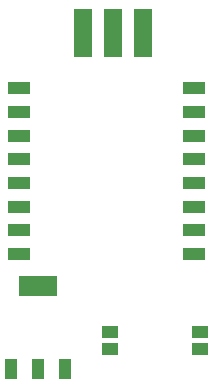
<source format=gtp>
G04 Layer_Color=8421504*
%FSLAX25Y25*%
%MOIN*%
G70*
G01*
G75*
%ADD10R,0.05984X0.15984*%
%ADD11R,0.07700X0.04200*%
%ADD12R,0.05512X0.04331*%
%ADD13R,0.12992X0.07087*%
%ADD14R,0.03937X0.07087*%
D10*
X53000Y135945D02*
D03*
X33000D02*
D03*
X43000D02*
D03*
D11*
X70134Y62400D02*
D03*
Y70300D02*
D03*
Y78100D02*
D03*
Y86000D02*
D03*
Y93937D02*
D03*
Y101811D02*
D03*
Y109685D02*
D03*
Y117559D02*
D03*
X11800D02*
D03*
Y109685D02*
D03*
Y101811D02*
D03*
Y93937D02*
D03*
Y86000D02*
D03*
Y78100D02*
D03*
Y70300D02*
D03*
Y62400D02*
D03*
D12*
X72000Y30547D02*
D03*
Y36453D02*
D03*
X42000Y30547D02*
D03*
Y36453D02*
D03*
D13*
X18055Y51559D02*
D03*
D14*
X9000Y24000D02*
D03*
X27110D02*
D03*
X18055D02*
D03*
M02*

</source>
